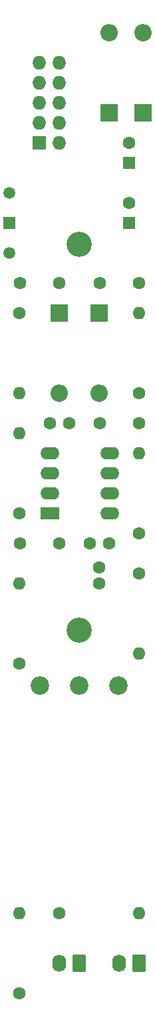
<source format=gts>
G04 #@! TF.GenerationSoftware,KiCad,Pcbnew,6.0.7-f9a2dced07~116~ubuntu22.04.1*
G04 #@! TF.CreationDate,2022-09-02T22:22:42-04:00*
G04 #@! TF.ProjectId,mikrokosmos-ii,6d696b72-6f6b-46f7-936d-6f732d69692e,rev?*
G04 #@! TF.SameCoordinates,Original*
G04 #@! TF.FileFunction,Soldermask,Top*
G04 #@! TF.FilePolarity,Negative*
%FSLAX46Y46*%
G04 Gerber Fmt 4.6, Leading zero omitted, Abs format (unit mm)*
G04 Created by KiCad (PCBNEW 6.0.7-f9a2dced07~116~ubuntu22.04.1) date 2022-09-02 22:22:42*
%MOMM*%
%LPD*%
G01*
G04 APERTURE LIST*
G04 Aperture macros list*
%AMRoundRect*
0 Rectangle with rounded corners*
0 $1 Rounding radius*
0 $2 $3 $4 $5 $6 $7 $8 $9 X,Y pos of 4 corners*
0 Add a 4 corners polygon primitive as box body*
4,1,4,$2,$3,$4,$5,$6,$7,$8,$9,$2,$3,0*
0 Add four circle primitives for the rounded corners*
1,1,$1+$1,$2,$3*
1,1,$1+$1,$4,$5*
1,1,$1+$1,$6,$7*
1,1,$1+$1,$8,$9*
0 Add four rect primitives between the rounded corners*
20,1,$1+$1,$2,$3,$4,$5,0*
20,1,$1+$1,$4,$5,$6,$7,0*
20,1,$1+$1,$6,$7,$8,$9,0*
20,1,$1+$1,$8,$9,$2,$3,0*%
G04 Aperture macros list end*
%ADD10C,2.340000*%
%ADD11R,1.500000X1.500000*%
%ADD12C,1.500000*%
%ADD13C,3.200000*%
%ADD14C,1.600000*%
%ADD15RoundRect,0.250000X0.620000X0.850000X-0.620000X0.850000X-0.620000X-0.850000X0.620000X-0.850000X0*%
%ADD16O,1.740000X2.200000*%
%ADD17R,2.200000X2.200000*%
%ADD18O,2.200000X2.200000*%
%ADD19O,1.600000X1.600000*%
%ADD20R,1.600000X1.600000*%
%ADD21R,1.727200X1.727200*%
%ADD22O,1.727200X1.727200*%
%ADD23R,2.400000X1.600000*%
%ADD24O,2.400000X1.600000*%
G04 APERTURE END LIST*
D10*
G04 #@! TO.C,RV1*
X105000000Y-99000000D03*
X100000000Y-99000000D03*
X95000000Y-99000000D03*
G04 #@! TD*
D11*
G04 #@! TO.C,TP2*
X91110000Y-40310000D03*
G04 #@! TD*
D12*
G04 #@! TO.C,TP3*
X91110000Y-44120000D03*
G04 #@! TD*
D13*
G04 #@! TO.C,H1*
X100000000Y-43000000D03*
G04 #@! TD*
G04 #@! TO.C,H2*
X100000000Y-92000000D03*
G04 #@! TD*
D12*
G04 #@! TO.C,TP1*
X91110000Y-36500000D03*
G04 #@! TD*
D14*
G04 #@! TO.C,C7*
X102580000Y-47930000D03*
X107580000Y-47930000D03*
G04 #@! TD*
D15*
G04 #@! TO.C,J6*
X100000000Y-134210000D03*
D16*
X97460000Y-134210000D03*
G04 #@! TD*
D17*
G04 #@! TO.C,D2*
X103810000Y-26340000D03*
D18*
X103810000Y-16180000D03*
G04 #@! TD*
D14*
G04 #@! TO.C,R5*
X107620000Y-84760000D03*
D19*
X107620000Y-94920000D03*
G04 #@! TD*
D14*
G04 #@! TO.C,C5*
X98730000Y-65720000D03*
X96230000Y-65720000D03*
G04 #@! TD*
G04 #@! TO.C,C3*
X92420000Y-80960000D03*
X97420000Y-80960000D03*
G04 #@! TD*
G04 #@! TO.C,R2*
X92380000Y-77150000D03*
D19*
X92380000Y-66990000D03*
G04 #@! TD*
D17*
G04 #@! TO.C,D3*
X97460000Y-51740000D03*
D18*
X97460000Y-61900000D03*
G04 #@! TD*
D14*
G04 #@! TO.C,C4*
X103810000Y-80960000D03*
X101310000Y-80960000D03*
G04 #@! TD*
D20*
G04 #@! TO.C,C2*
X106350000Y-40310000D03*
D14*
X106350000Y-37810000D03*
G04 #@! TD*
G04 #@! TO.C,C8*
X102580000Y-65720000D03*
X107580000Y-65720000D03*
G04 #@! TD*
G04 #@! TO.C,R7*
X92380000Y-96190000D03*
D19*
X92380000Y-86030000D03*
G04 #@! TD*
D17*
G04 #@! TO.C,D1*
X108060000Y-26340000D03*
D18*
X108060000Y-16180000D03*
G04 #@! TD*
D14*
G04 #@! TO.C,C6*
X97460000Y-47930000D03*
X92460000Y-47930000D03*
G04 #@! TD*
D21*
G04 #@! TO.C,J2*
X94920000Y-30150000D03*
D22*
X97460000Y-30150000D03*
X94920000Y-27610000D03*
X97460000Y-27610000D03*
X94920000Y-25070000D03*
X97460000Y-25070000D03*
X94920000Y-22530000D03*
X97460000Y-22530000D03*
X94920000Y-19990000D03*
X97460000Y-19990000D03*
G04 #@! TD*
D15*
G04 #@! TO.C,J4*
X107620000Y-134210000D03*
D16*
X105080000Y-134210000D03*
G04 #@! TD*
D14*
G04 #@! TO.C,R1*
X97460000Y-127860000D03*
D19*
X107620000Y-127860000D03*
G04 #@! TD*
D14*
G04 #@! TO.C,R3*
X92380000Y-51750000D03*
D19*
X92380000Y-61910000D03*
G04 #@! TD*
D14*
G04 #@! TO.C,R8*
X92380000Y-138020000D03*
D19*
X92380000Y-127860000D03*
G04 #@! TD*
D14*
G04 #@! TO.C,C9*
X102540000Y-86030000D03*
X102540000Y-84030000D03*
G04 #@! TD*
G04 #@! TO.C,R6*
X107620000Y-79680000D03*
D19*
X107620000Y-69520000D03*
G04 #@! TD*
D23*
G04 #@! TO.C,U1*
X96200000Y-77140000D03*
D24*
X96200000Y-74600000D03*
X96200000Y-72060000D03*
X96200000Y-69520000D03*
X103820000Y-69520000D03*
X103820000Y-72060000D03*
X103820000Y-74600000D03*
X103820000Y-77140000D03*
G04 #@! TD*
D14*
G04 #@! TO.C,R4*
X107620000Y-61900000D03*
D19*
X107620000Y-51740000D03*
G04 #@! TD*
D20*
G04 #@! TO.C,C1*
X106350000Y-32690000D03*
D14*
X106350000Y-30190000D03*
G04 #@! TD*
D17*
G04 #@! TO.C,D4*
X102540000Y-51740000D03*
D18*
X102540000Y-61900000D03*
G04 #@! TD*
M02*

</source>
